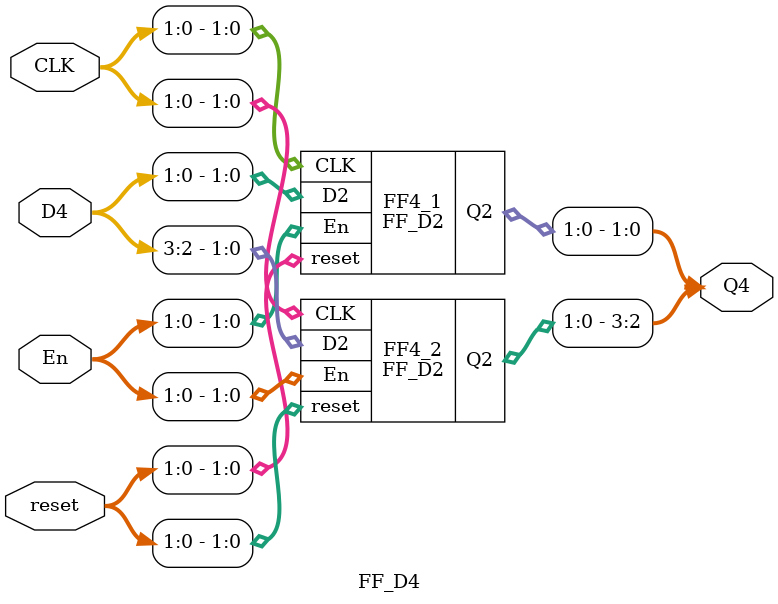
<source format=v>
module FF_D1 (
  input D, CLK, En, reset,
  output reg Q);

always @ (posedge CLK or posedge reset) begin //cambia con valores positivos
  if (reset)
    Q <= 1'b0; //El valor de Q se pone en 0
  else if (En)
    Q <= D;
end
endmodule //FF_D1

//FLIP FLOP de 2 bits
module FF_D2 (
input wire [1:0]D2, CLK, En, reset,
output wire [1:0]Q2);

FF_D1 FF2_1(D2[1], CLK, En, reset, Q2[1]);
FF_D1 FF2_2(D2[0], CLK, En, reset, Q2[0]);
endmodule //FF_D2

//FLIP FLOP de 4 bits
module FF_D4 (
input wire [3:0]D4, CLK, En, reset,
output wire [3:0]Q4);

FF_D2 FF4_1(D4[1:0], CLK, En, reset, Q4[1:0]);
FF_D2 FF4_2(D4[3:2], CLK, En, reset, Q4[3:2]);
endmodule  //FF_D4

//en el siguiente no tengo que poner salida reg, puedo poner un wire:

//ES UN CABLE QUE VA CONECTADO AL CABLE D (LA SALIDA), LA Q ES ENTRADA TAMBIÉN Y D ES LA SALIDA

</source>
